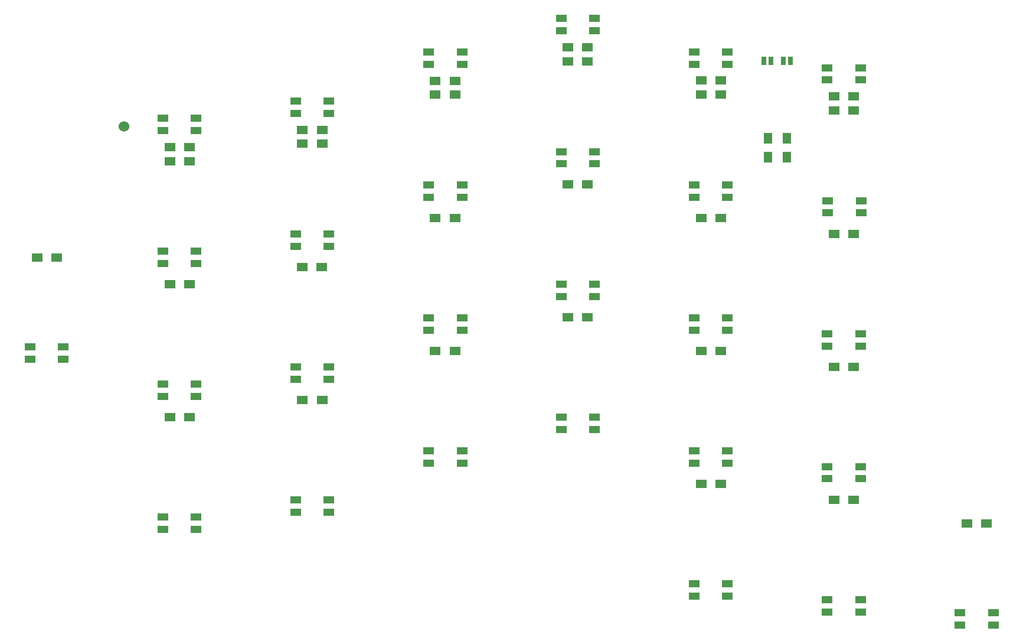
<source format=gbr>
G04 #@! TF.GenerationSoftware,KiCad,Pcbnew,(5.0.2)-1*
G04 #@! TF.CreationDate,2019-03-25T20:18:58+08:00*
G04 #@! TF.ProjectId,JiranSecondTry,4a697261-6e53-4656-936f-6e645472792e,rev?*
G04 #@! TF.SameCoordinates,Original*
G04 #@! TF.FileFunction,Paste,Top*
G04 #@! TF.FilePolarity,Positive*
%FSLAX46Y46*%
G04 Gerber Fmt 4.6, Leading zero omitted, Abs format (unit mm)*
G04 Created by KiCad (PCBNEW (5.0.2)-1) date 25/03/2019 20:18:58*
%MOMM*%
%LPD*%
G01*
G04 APERTURE LIST*
%ADD10R,1.600000X1.200000*%
%ADD11R,1.200000X1.500000*%
%ADD12C,1.524000*%
%ADD13R,1.600000X1.000000*%
%ADD14R,0.635000X1.143000*%
G04 APERTURE END LIST*
D10*
G04 #@! TO.C,D28*
X264930000Y-107650000D03*
X262130000Y-107650000D03*
G04 #@! TD*
G04 #@! TO.C,D25*
X245880000Y-85170000D03*
X243080000Y-85170000D03*
G04 #@! TD*
G04 #@! TO.C,D27*
X245880000Y-104220000D03*
X243080000Y-104220000D03*
G04 #@! TD*
G04 #@! TO.C,D26*
X226840000Y-101930000D03*
X224040000Y-101930000D03*
G04 #@! TD*
G04 #@! TO.C,D24*
X226840000Y-82890000D03*
X224040000Y-82890000D03*
G04 #@! TD*
G04 #@! TO.C,D23*
X207760000Y-78110000D03*
X204960000Y-78110000D03*
G04 #@! TD*
G04 #@! TO.C,D22*
X188720000Y-82890000D03*
X185920000Y-82890000D03*
G04 #@! TD*
G04 #@! TO.C,D21*
X169670000Y-89930000D03*
X166870000Y-89930000D03*
G04 #@! TD*
G04 #@! TO.C,D20*
X150640000Y-92400000D03*
X147840000Y-92400000D03*
G04 #@! TD*
G04 #@! TO.C,D19*
X245880000Y-66120000D03*
X243080000Y-66120000D03*
G04 #@! TD*
G04 #@! TO.C,D18*
X226840000Y-63830000D03*
X224040000Y-63830000D03*
G04 #@! TD*
G04 #@! TO.C,D17*
X207760000Y-59070000D03*
X204960000Y-59070000D03*
G04 #@! TD*
G04 #@! TO.C,D16*
X188720000Y-63830000D03*
X185920000Y-63830000D03*
G04 #@! TD*
G04 #@! TO.C,D15*
X169660000Y-70880000D03*
X166860000Y-70880000D03*
G04 #@! TD*
G04 #@! TO.C,D14*
X150640000Y-73350000D03*
X147840000Y-73350000D03*
G04 #@! TD*
G04 #@! TO.C,D7*
X131600000Y-69530000D03*
X128800000Y-69530000D03*
G04 #@! TD*
D11*
G04 #@! TO.C,R1*
X233620000Y-52450000D03*
X233620000Y-55150000D03*
G04 #@! TD*
G04 #@! TO.C,R2*
X236310000Y-52450000D03*
X236310000Y-55150000D03*
G04 #@! TD*
D10*
G04 #@! TO.C,D6*
X245900000Y-48450000D03*
X243100000Y-48450000D03*
G04 #@! TD*
G04 #@! TO.C,D13*
X245890000Y-46450000D03*
X243090000Y-46450000D03*
G04 #@! TD*
G04 #@! TO.C,D5*
X226840000Y-46150000D03*
X224040000Y-46150000D03*
G04 #@! TD*
G04 #@! TO.C,D12*
X226840000Y-44150000D03*
X224040000Y-44150000D03*
G04 #@! TD*
G04 #@! TO.C,D4*
X207760000Y-41400000D03*
X204960000Y-41400000D03*
G04 #@! TD*
G04 #@! TO.C,D11*
X207760000Y-39400000D03*
X204960000Y-39400000D03*
G04 #@! TD*
G04 #@! TO.C,D3*
X188720000Y-46200000D03*
X185920000Y-46200000D03*
G04 #@! TD*
G04 #@! TO.C,D10*
X188720000Y-44200000D03*
X185920000Y-44200000D03*
G04 #@! TD*
G04 #@! TO.C,D2*
X169670000Y-53200000D03*
X166870000Y-53200000D03*
G04 #@! TD*
G04 #@! TO.C,D9*
X169670000Y-51200000D03*
X166870000Y-51200000D03*
G04 #@! TD*
G04 #@! TO.C,D1*
X150640000Y-55700000D03*
X147840000Y-55700000D03*
G04 #@! TD*
G04 #@! TO.C,D8*
X150640000Y-53700000D03*
X147840000Y-53700000D03*
G04 #@! TD*
D12*
G04 #@! TO.C,J2*
X141220000Y-50710000D03*
G04 #@! TD*
D13*
G04 #@! TO.C,L1*
X146825000Y-49575000D03*
X146825000Y-51325000D03*
X151625000Y-49575000D03*
X151625000Y-51325000D03*
G04 #@! TD*
G04 #@! TO.C,L2*
X170675000Y-48850000D03*
X170675000Y-47100000D03*
X165875000Y-48850000D03*
X165875000Y-47100000D03*
G04 #@! TD*
G04 #@! TO.C,L3*
X184950000Y-40050000D03*
X184950000Y-41800000D03*
X189750000Y-40050000D03*
X189750000Y-41800000D03*
G04 #@! TD*
G04 #@! TO.C,L4*
X208775000Y-37025000D03*
X208775000Y-35275000D03*
X203975000Y-37025000D03*
X203975000Y-35275000D03*
G04 #@! TD*
G04 #@! TO.C,L5*
X227825000Y-41800000D03*
X227825000Y-40050000D03*
X223025000Y-41800000D03*
X223025000Y-40050000D03*
G04 #@! TD*
G04 #@! TO.C,L6*
X242100000Y-42325000D03*
X242100000Y-44075000D03*
X246900000Y-42325000D03*
X246900000Y-44075000D03*
G04 #@! TD*
G04 #@! TO.C,L7*
X151625000Y-70375000D03*
X151625000Y-68625000D03*
X146825000Y-70375000D03*
X146825000Y-68625000D03*
G04 #@! TD*
G04 #@! TO.C,L8*
X165875000Y-66150000D03*
X165875000Y-67900000D03*
X170675000Y-66150000D03*
X170675000Y-67900000D03*
G04 #@! TD*
G04 #@! TO.C,L9*
X189750000Y-60850000D03*
X189750000Y-59100000D03*
X184950000Y-60850000D03*
X184950000Y-59100000D03*
G04 #@! TD*
G04 #@! TO.C,L10*
X203975000Y-54350000D03*
X203975000Y-56100000D03*
X208775000Y-54350000D03*
X208775000Y-56100000D03*
G04 #@! TD*
G04 #@! TO.C,L11*
X227825000Y-60875000D03*
X227825000Y-59125000D03*
X223025000Y-60875000D03*
X223025000Y-59125000D03*
G04 #@! TD*
G04 #@! TO.C,L12*
X242180000Y-61365000D03*
X242180000Y-63115000D03*
X246980000Y-61365000D03*
X246980000Y-63115000D03*
G04 #@! TD*
G04 #@! TO.C,L13*
X146825000Y-87675000D03*
X146825000Y-89425000D03*
X151625000Y-87675000D03*
X151625000Y-89425000D03*
G04 #@! TD*
G04 #@! TO.C,L14*
X170675000Y-86950000D03*
X170675000Y-85200000D03*
X165875000Y-86950000D03*
X165875000Y-85200000D03*
G04 #@! TD*
G04 #@! TO.C,L15*
X184950000Y-78150000D03*
X184950000Y-79900000D03*
X189750000Y-78150000D03*
X189750000Y-79900000D03*
G04 #@! TD*
G04 #@! TO.C,L16*
X208775000Y-75125000D03*
X208775000Y-73375000D03*
X203975000Y-75125000D03*
X203975000Y-73375000D03*
G04 #@! TD*
G04 #@! TO.C,L17*
X223025000Y-78150000D03*
X223025000Y-79900000D03*
X227825000Y-78150000D03*
X227825000Y-79900000D03*
G04 #@! TD*
G04 #@! TO.C,L18*
X246900000Y-82200000D03*
X246900000Y-80450000D03*
X242100000Y-82200000D03*
X242100000Y-80450000D03*
G04 #@! TD*
G04 #@! TO.C,L19*
X146825000Y-106725000D03*
X146825000Y-108475000D03*
X151625000Y-106725000D03*
X151625000Y-108475000D03*
G04 #@! TD*
G04 #@! TO.C,L20*
X170675000Y-106000000D03*
X170675000Y-104250000D03*
X165875000Y-106000000D03*
X165875000Y-104250000D03*
G04 #@! TD*
G04 #@! TO.C,L21*
X184950000Y-97200000D03*
X184950000Y-98950000D03*
X189750000Y-97200000D03*
X189750000Y-98950000D03*
G04 #@! TD*
G04 #@! TO.C,L22*
X208775000Y-94175000D03*
X208775000Y-92425000D03*
X203975000Y-94175000D03*
X203975000Y-92425000D03*
G04 #@! TD*
G04 #@! TO.C,L23*
X223025000Y-97200000D03*
X223025000Y-98950000D03*
X227825000Y-97200000D03*
X227825000Y-98950000D03*
G04 #@! TD*
G04 #@! TO.C,L24*
X246900000Y-101225000D03*
X246900000Y-99475000D03*
X242100000Y-101225000D03*
X242100000Y-99475000D03*
G04 #@! TD*
G04 #@! TO.C,L25*
X127775000Y-82350000D03*
X127775000Y-84100000D03*
X132575000Y-82350000D03*
X132575000Y-84100000D03*
G04 #@! TD*
G04 #@! TO.C,L26*
X223025000Y-116250000D03*
X223025000Y-118000000D03*
X227825000Y-116250000D03*
X227825000Y-118000000D03*
G04 #@! TD*
G04 #@! TO.C,L27*
X246900000Y-120300000D03*
X246900000Y-118550000D03*
X242100000Y-120300000D03*
X242100000Y-118550000D03*
G04 #@! TD*
G04 #@! TO.C,L28*
X261150000Y-120450000D03*
X261150000Y-122200000D03*
X265950000Y-120450000D03*
X265950000Y-122200000D03*
G04 #@! TD*
D14*
G04 #@! TO.C,JP3*
X234050380Y-41350000D03*
X233049620Y-41350000D03*
G04 #@! TD*
G04 #@! TO.C,JP4*
X235849620Y-41350000D03*
X236850380Y-41350000D03*
G04 #@! TD*
M02*

</source>
